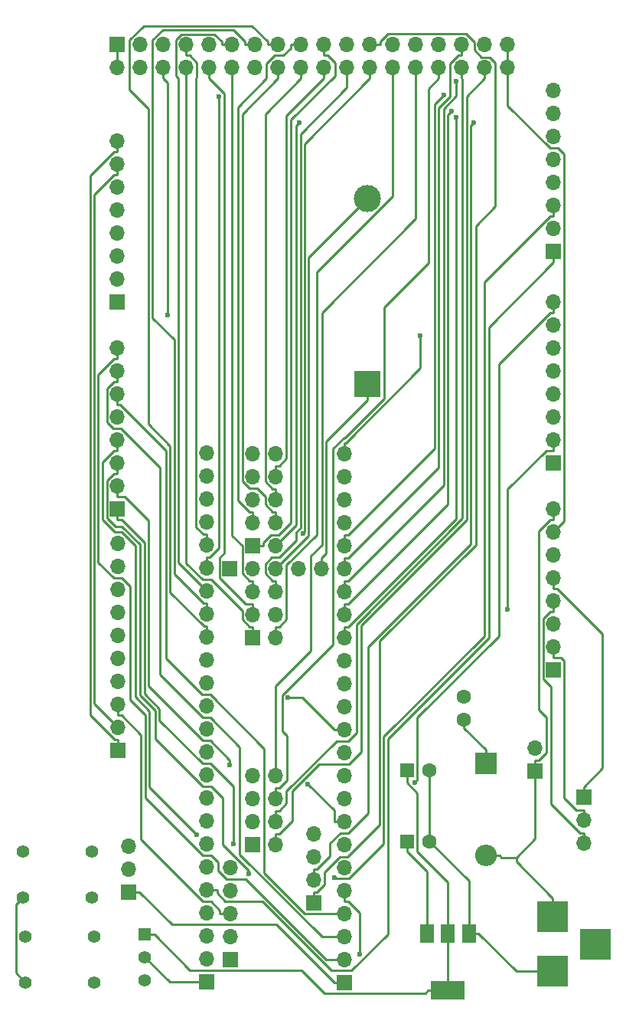
<source format=gbr>
G04 #@! TF.FileFunction,Copper,L1,Top,Signal*
%FSLAX46Y46*%
G04 Gerber Fmt 4.6, Leading zero omitted, Abs format (unit mm)*
G04 Created by KiCad (PCBNEW 4.0.6) date 06/05/17 03:56:47*
%MOMM*%
%LPD*%
G01*
G04 APERTURE LIST*
%ADD10C,0.100000*%
%ADD11R,1.600000X1.600000*%
%ADD12C,1.600000*%
%ADD13R,3.500000X3.500000*%
%ADD14R,2.400000X2.400000*%
%ADD15O,2.400000X2.400000*%
%ADD16R,1.700000X1.700000*%
%ADD17O,1.700000X1.700000*%
%ADD18R,3.800000X2.000000*%
%ADD19R,1.500000X2.000000*%
%ADD20C,1.397000*%
%ADD21R,1.397000X1.397000*%
%ADD22C,3.000000*%
%ADD23R,3.000000X3.000000*%
%ADD24C,0.600000*%
%ADD25C,0.250000*%
G04 APERTURE END LIST*
D10*
D11*
X141259000Y-145948000D03*
D12*
X143759000Y-145948000D03*
X147569000Y-132486000D03*
X147569000Y-129986000D03*
D11*
X141259000Y-138074000D03*
D12*
X143759000Y-138074000D03*
D13*
X157400000Y-154300000D03*
X157400000Y-160300000D03*
X162100000Y-157300000D03*
D14*
X149961000Y-137344000D03*
D15*
X149961000Y-147504000D03*
D16*
X109220000Y-86360000D03*
D17*
X109220000Y-83820000D03*
X109220000Y-81280000D03*
X109220000Y-78740000D03*
X109220000Y-76200000D03*
X109220000Y-73660000D03*
X109220000Y-71120000D03*
X109220000Y-68580000D03*
D16*
X109220000Y-109220000D03*
D17*
X109220000Y-106680000D03*
X109220000Y-104140000D03*
X109220000Y-101600000D03*
X109220000Y-99060000D03*
X109220000Y-96520000D03*
X109220000Y-93980000D03*
X109220000Y-91440000D03*
D16*
X109301000Y-135926000D03*
D17*
X109301000Y-133386000D03*
X109301000Y-130846000D03*
X109301000Y-128306000D03*
X109301000Y-125766000D03*
X109301000Y-123226000D03*
X109301000Y-120686000D03*
X109301000Y-118146000D03*
X109301000Y-115606000D03*
X109301000Y-113066000D03*
D16*
X110490000Y-151540000D03*
D17*
X110490000Y-149000000D03*
X110490000Y-146460000D03*
D16*
X119100000Y-161480000D03*
D17*
X119100000Y-158940000D03*
X119100000Y-156400000D03*
X119100000Y-153860000D03*
X119100000Y-151320000D03*
X119100000Y-148780000D03*
X119100000Y-146240000D03*
X119100000Y-143700000D03*
X119100000Y-141160000D03*
X119100000Y-138620000D03*
X119100000Y-136080000D03*
X119100000Y-133540000D03*
X119100000Y-131000000D03*
X119100000Y-128460000D03*
X119100000Y-125920000D03*
X119100000Y-123380000D03*
X119100000Y-120840000D03*
X119100000Y-118300000D03*
X119100000Y-115760000D03*
X119100000Y-113220000D03*
X119100000Y-110680000D03*
X119100000Y-108140000D03*
X119100000Y-105600000D03*
X119100000Y-103060000D03*
D16*
X124206000Y-113284000D03*
D17*
X126746000Y-113284000D03*
X124206000Y-110744000D03*
X126746000Y-110744000D03*
X124206000Y-108204000D03*
X126746000Y-108204000D03*
X124206000Y-105664000D03*
X126746000Y-105664000D03*
X124206000Y-103124000D03*
X126746000Y-103124000D03*
D16*
X121700000Y-159004000D03*
D17*
X121700000Y-156464000D03*
X121700000Y-153924000D03*
X121700000Y-151384000D03*
X121700000Y-148844000D03*
D16*
X124206000Y-146304000D03*
D17*
X126746000Y-146304000D03*
X124206000Y-143764000D03*
X126746000Y-143764000D03*
X124206000Y-141224000D03*
X126746000Y-141224000D03*
X124206000Y-138684000D03*
X126746000Y-138684000D03*
D16*
X130937000Y-152718000D03*
D17*
X130937000Y-150178000D03*
X130937000Y-147638000D03*
X130937000Y-145098000D03*
D16*
X109220000Y-57960000D03*
D17*
X109220000Y-60500000D03*
X111760000Y-57960000D03*
X111760000Y-60500000D03*
X114300000Y-57960000D03*
X114300000Y-60500000D03*
X116840000Y-57960000D03*
X116840000Y-60500000D03*
X119380000Y-57960000D03*
X119380000Y-60500000D03*
X121920000Y-57960000D03*
X121920000Y-60500000D03*
X124460000Y-57960000D03*
X124460000Y-60500000D03*
X127000000Y-57960000D03*
X127000000Y-60500000D03*
X129540000Y-57960000D03*
X129540000Y-60500000D03*
X132080000Y-57960000D03*
X132080000Y-60500000D03*
X134620000Y-57960000D03*
X134620000Y-60500000D03*
X137160000Y-57960000D03*
X137160000Y-60500000D03*
X139700000Y-57960000D03*
X139700000Y-60500000D03*
X142240000Y-57960000D03*
X142240000Y-60500000D03*
X144780000Y-57960000D03*
X144780000Y-60500000D03*
X147320000Y-57960000D03*
X147320000Y-60500000D03*
X149860000Y-57960000D03*
X149860000Y-60500000D03*
X152400000Y-57960000D03*
X152400000Y-60500000D03*
D16*
X134366000Y-161544000D03*
D17*
X134366000Y-159004000D03*
X134366000Y-156464000D03*
X134366000Y-153924000D03*
X134366000Y-151384000D03*
X134366000Y-148844000D03*
X134366000Y-146304000D03*
X134366000Y-143764000D03*
X134366000Y-141224000D03*
X134366000Y-138684000D03*
X134366000Y-136144000D03*
X134366000Y-133604000D03*
X134366000Y-131064000D03*
X134366000Y-128524000D03*
X134366000Y-125984000D03*
X134366000Y-123444000D03*
X134366000Y-120904000D03*
X134366000Y-118364000D03*
X134366000Y-115824000D03*
X134366000Y-113284000D03*
X134366000Y-110744000D03*
X134366000Y-108204000D03*
X134366000Y-105664000D03*
X134366000Y-103124000D03*
D16*
X157480000Y-80772000D03*
D17*
X157480000Y-78232000D03*
X157480000Y-75692000D03*
X157480000Y-73152000D03*
X157480000Y-70612000D03*
X157480000Y-68072000D03*
X157480000Y-65532000D03*
X157480000Y-62992000D03*
D16*
X157480000Y-104140000D03*
D17*
X157480000Y-101600000D03*
X157480000Y-99060000D03*
X157480000Y-96520000D03*
X157480000Y-93980000D03*
X157480000Y-91440000D03*
X157480000Y-88900000D03*
X157480000Y-86360000D03*
D16*
X157480000Y-127000000D03*
D17*
X157480000Y-124460000D03*
X157480000Y-121920000D03*
X157480000Y-119380000D03*
X157480000Y-116840000D03*
X157480000Y-114300000D03*
X157480000Y-111760000D03*
X157480000Y-109220000D03*
D16*
X124206000Y-123444000D03*
D17*
X126746000Y-123444000D03*
X124206000Y-120904000D03*
X126746000Y-120904000D03*
X124206000Y-118364000D03*
X126746000Y-118364000D03*
D16*
X121666000Y-115824000D03*
D17*
X124206000Y-115824000D03*
X126746000Y-115824000D03*
X129286000Y-115824000D03*
X131826000Y-115824000D03*
D18*
X145796000Y-162433000D03*
D19*
X145796000Y-156133000D03*
X143496000Y-156133000D03*
X148096000Y-156133000D03*
D20*
X106680000Y-156464000D03*
X106680000Y-161544000D03*
X99060000Y-156464000D03*
X99060000Y-161544000D03*
X106426000Y-147066000D03*
X106426000Y-152146000D03*
X98806000Y-147066000D03*
X98806000Y-152146000D03*
D21*
X112268000Y-156210000D03*
D20*
X112268000Y-158750000D03*
X112268000Y-161290000D03*
D22*
X136900000Y-74910000D03*
D23*
X136900000Y-95400000D03*
D16*
X160800000Y-141100000D03*
D17*
X160800000Y-143640000D03*
X160800000Y-146180000D03*
D16*
X155448000Y-138176000D03*
D17*
X155448000Y-135636000D03*
D24*
X142734000Y-90090800D03*
X122053700Y-146259000D03*
X130299600Y-139587900D03*
X121652900Y-137480500D03*
X123728600Y-149515200D03*
X117988500Y-145206100D03*
X136015500Y-158426500D03*
X128077700Y-130081700D03*
X142087300Y-139432700D03*
X152378800Y-120333200D03*
X120447400Y-63643500D03*
X129349100Y-66564400D03*
X133203600Y-149982400D03*
X148641800Y-66537900D03*
X114785300Y-87815300D03*
X129730300Y-111939000D03*
X146669400Y-65948100D03*
X146217300Y-65253900D03*
X146702400Y-62003600D03*
X145294200Y-63521000D03*
D25*
X141259000Y-145948000D02*
X141259000Y-147073300D01*
X143496000Y-149310300D02*
X143496000Y-156133000D01*
X141259000Y-147073300D02*
X143496000Y-149310300D01*
X147569000Y-133426700D02*
X147569000Y-132486000D01*
X149961000Y-135818700D02*
X147569000Y-133426700D01*
X149961000Y-137344000D02*
X149961000Y-135818700D01*
X143759000Y-138074000D02*
X143759000Y-145948000D01*
X148096000Y-150285000D02*
X148096000Y-156133000D01*
X143759000Y-145948000D02*
X148096000Y-150285000D01*
X153338300Y-160300000D02*
X157400000Y-160300000D01*
X149171300Y-156133000D02*
X153338300Y-160300000D01*
X115255300Y-155130000D02*
X111665300Y-151540000D01*
X126776700Y-155130000D02*
X115255300Y-155130000D01*
X133190700Y-161544000D02*
X126776700Y-155130000D01*
X134366000Y-161544000D02*
X133190700Y-161544000D01*
X110490000Y-151540000D02*
X111665300Y-151540000D01*
X148096000Y-156133000D02*
X149171300Y-156133000D01*
X141259000Y-138074000D02*
X141259000Y-139199300D01*
X143284300Y-162719400D02*
X143570700Y-162433000D01*
X132114300Y-162719400D02*
X143284300Y-162719400D01*
X129574300Y-160179400D02*
X132114300Y-162719400D01*
X117261200Y-160179400D02*
X129574300Y-160179400D01*
X113291800Y-156210000D02*
X117261200Y-160179400D01*
X112268000Y-156210000D02*
X113291800Y-156210000D01*
X145796000Y-150500200D02*
X145796000Y-156133000D01*
X142384300Y-147088500D02*
X145796000Y-150500200D01*
X142384300Y-140614000D02*
X142384300Y-147088500D01*
X141259000Y-139488700D02*
X142384300Y-140614000D01*
X141259000Y-139199300D02*
X141259000Y-139488700D01*
X145796000Y-162433000D02*
X145773400Y-162433000D01*
X145773400Y-162433000D02*
X143570700Y-162433000D01*
X145773400Y-157480900D02*
X145796000Y-157458300D01*
X145773400Y-162433000D02*
X145773400Y-157480900D01*
X145796000Y-156133000D02*
X145796000Y-157458300D01*
X142734000Y-93690900D02*
X142734000Y-90090800D01*
X134476200Y-101948700D02*
X142734000Y-93690900D01*
X134366000Y-101948700D02*
X134476200Y-101948700D01*
X134366000Y-103124000D02*
X134366000Y-101948700D01*
X109220000Y-71120000D02*
X109220000Y-72295300D01*
X106629200Y-130714200D02*
X109301000Y-133386000D01*
X106629200Y-74518700D02*
X106629200Y-130714200D01*
X108852600Y-72295300D02*
X106629200Y-74518700D01*
X109220000Y-72295300D02*
X108852600Y-72295300D01*
X109301000Y-135926000D02*
X109301000Y-134750700D01*
X109220000Y-68580000D02*
X109220000Y-69755300D01*
X108933700Y-134750700D02*
X109301000Y-134750700D01*
X106178900Y-131995900D02*
X108933700Y-134750700D01*
X106178900Y-72431100D02*
X106178900Y-131995900D01*
X108854700Y-69755300D02*
X106178900Y-72431100D01*
X109220000Y-69755300D02*
X108854700Y-69755300D01*
X109220000Y-109220000D02*
X109220000Y-110395300D01*
X109660700Y-110395300D02*
X109220000Y-110395300D01*
X112197000Y-112931600D02*
X109660700Y-110395300D01*
X112197000Y-129658800D02*
X112197000Y-112931600D01*
X113881500Y-131343300D02*
X112197000Y-129658800D01*
X113881500Y-132562400D02*
X113881500Y-131343300D01*
X118669100Y-137350000D02*
X113881500Y-132562400D01*
X119534000Y-137350000D02*
X118669100Y-137350000D01*
X122053700Y-139869700D02*
X119534000Y-137350000D01*
X122053700Y-146259000D02*
X122053700Y-139869700D01*
X109220000Y-106680000D02*
X109220000Y-107855300D01*
X134366000Y-143764000D02*
X133190700Y-143764000D01*
X133190700Y-142479000D02*
X130299600Y-139587900D01*
X133190700Y-143764000D02*
X133190700Y-142479000D01*
X121652800Y-137480500D02*
X121652900Y-137480500D01*
X121652800Y-136970400D02*
X121652800Y-137480500D01*
X119492400Y-134810000D02*
X121652800Y-136970400D01*
X118690000Y-134810000D02*
X119492400Y-134810000D01*
X112647400Y-128767400D02*
X118690000Y-134810000D01*
X112647400Y-110474600D02*
X112647400Y-128767400D01*
X110028100Y-107855300D02*
X112647400Y-110474600D01*
X109220000Y-107855300D02*
X110028100Y-107855300D01*
X109220000Y-104140000D02*
X109220000Y-105315300D01*
X108852600Y-105315300D02*
X109220000Y-105315300D01*
X108044700Y-106123200D02*
X108852600Y-105315300D01*
X108044700Y-110224200D02*
X108044700Y-106123200D01*
X108989000Y-111168500D02*
X108044700Y-110224200D01*
X109723800Y-111168500D02*
X108989000Y-111168500D01*
X111702600Y-113147300D02*
X109723800Y-111168500D01*
X111702600Y-129801300D02*
X111702600Y-113147300D01*
X113431100Y-131529800D02*
X111702600Y-129801300D01*
X113431100Y-134645500D02*
X113431100Y-131529800D01*
X118675600Y-139890000D02*
X113431100Y-134645500D01*
X119560900Y-139890000D02*
X118675600Y-139890000D01*
X120851500Y-141180600D02*
X119560900Y-139890000D01*
X120851500Y-146293100D02*
X120851500Y-141180600D01*
X123728600Y-149170200D02*
X120851500Y-146293100D01*
X123728600Y-149515200D02*
X123728600Y-149170200D01*
X109220000Y-101600000D02*
X109220000Y-102775300D01*
X108852600Y-102775300D02*
X109220000Y-102775300D01*
X107570900Y-104057000D02*
X108852600Y-102775300D01*
X107570900Y-110420400D02*
X107570900Y-104057000D01*
X108911100Y-111760600D02*
X107570900Y-110420400D01*
X109679000Y-111760600D02*
X108911100Y-111760600D01*
X111208100Y-113289700D02*
X109679000Y-111760600D01*
X111208100Y-129998200D02*
X111208100Y-113289700D01*
X112755900Y-131546000D02*
X111208100Y-129998200D01*
X112755900Y-139973500D02*
X112755900Y-131546000D01*
X117988500Y-145206100D02*
X112755900Y-139973500D01*
X134366000Y-151384000D02*
X134366000Y-152559300D01*
X136015500Y-153841500D02*
X136015500Y-158426500D01*
X134733300Y-152559300D02*
X136015500Y-153841500D01*
X134366000Y-152559300D02*
X134733300Y-152559300D01*
X109517600Y-97695300D02*
X109220000Y-97695300D01*
X114597300Y-102775000D02*
X109517600Y-97695300D01*
X114597300Y-125716800D02*
X114597300Y-102775000D01*
X118610500Y-129730000D02*
X114597300Y-125716800D01*
X119492400Y-129730000D02*
X118610500Y-129730000D01*
X125476000Y-135713600D02*
X119492400Y-129730000D01*
X125476000Y-149449700D02*
X125476000Y-135713600D01*
X129950300Y-153924000D02*
X125476000Y-149449700D01*
X134366000Y-153924000D02*
X129950300Y-153924000D01*
X109220000Y-96520000D02*
X109220000Y-97695300D01*
X109220000Y-93980000D02*
X109220000Y-95155300D01*
X131845900Y-156464000D02*
X134366000Y-156464000D01*
X122771200Y-147389300D02*
X131845900Y-156464000D01*
X122771200Y-135548800D02*
X122771200Y-147389300D01*
X119492400Y-132270000D02*
X122771200Y-135548800D01*
X118703200Y-132270000D02*
X119492400Y-132270000D01*
X113960300Y-127527100D02*
X118703200Y-132270000D01*
X113960300Y-104676100D02*
X113960300Y-127527100D01*
X109614200Y-100330000D02*
X113960300Y-104676100D01*
X108731200Y-100330000D02*
X109614200Y-100330000D01*
X108044700Y-99643500D02*
X108731200Y-100330000D01*
X108044700Y-95963200D02*
X108044700Y-99643500D01*
X108852600Y-95155300D02*
X108044700Y-95963200D01*
X109220000Y-95155300D02*
X108852600Y-95155300D01*
X108852700Y-92615300D02*
X109220000Y-92615300D01*
X107079600Y-94388400D02*
X108852700Y-92615300D01*
X107079600Y-115132200D02*
X107079600Y-94388400D01*
X108823400Y-116876000D02*
X107079600Y-115132200D01*
X109720600Y-116876000D02*
X108823400Y-116876000D01*
X110663100Y-117818500D02*
X109720600Y-116876000D01*
X110663100Y-130353900D02*
X110663100Y-117818500D01*
X112305500Y-131996300D02*
X110663100Y-130353900D01*
X112305500Y-141161000D02*
X112305500Y-131996300D01*
X118654500Y-147510000D02*
X112305500Y-141161000D01*
X119562000Y-147510000D02*
X118654500Y-147510000D01*
X120337400Y-148285400D02*
X119562000Y-147510000D01*
X120337400Y-149181000D02*
X120337400Y-148285400D01*
X121270400Y-150114000D02*
X120337400Y-149181000D01*
X123443000Y-150114000D02*
X121270400Y-150114000D01*
X132333000Y-159004000D02*
X123443000Y-150114000D01*
X134366000Y-159004000D02*
X132333000Y-159004000D01*
X109220000Y-91440000D02*
X109220000Y-92615300D01*
X109668300Y-132021300D02*
X109301000Y-132021300D01*
X111824300Y-134177300D02*
X109668300Y-132021300D01*
X111824300Y-145741300D02*
X111824300Y-134177300D01*
X118673000Y-152590000D02*
X111824300Y-145741300D01*
X119558000Y-152590000D02*
X118673000Y-152590000D01*
X120524700Y-153556700D02*
X119558000Y-152590000D01*
X120524700Y-153924000D02*
X120524700Y-153556700D01*
X121700000Y-153924000D02*
X120524700Y-153924000D01*
X109301000Y-130846000D02*
X109301000Y-132021300D01*
X134366000Y-133604000D02*
X133190700Y-133604000D01*
X129668400Y-130081700D02*
X128077700Y-130081700D01*
X133190700Y-133604000D02*
X129668400Y-130081700D01*
X119100000Y-151320000D02*
X120275300Y-151320000D01*
X157480000Y-80772000D02*
X157480000Y-81947300D01*
X150301300Y-89126000D02*
X157480000Y-81947300D01*
X150301300Y-123437000D02*
X150301300Y-89126000D01*
X139138100Y-134600200D02*
X150301300Y-123437000D01*
X139138100Y-156193500D02*
X139138100Y-134600200D01*
X135107800Y-160223800D02*
X139138100Y-156193500D01*
X132915200Y-160223800D02*
X135107800Y-160223800D01*
X125250800Y-152559400D02*
X132915200Y-160223800D01*
X121147400Y-152559400D02*
X125250800Y-152559400D01*
X120275300Y-151687300D02*
X121147400Y-152559400D01*
X120275300Y-151320000D02*
X120275300Y-151687300D01*
X157112700Y-87535300D02*
X157480000Y-87535300D01*
X151393100Y-93254900D02*
X157112700Y-87535300D01*
X151393100Y-123287300D02*
X151393100Y-93254900D01*
X142384400Y-132296000D02*
X151393100Y-123287300D01*
X142384400Y-139135600D02*
X142384400Y-132296000D01*
X142087300Y-139432700D02*
X142384400Y-139135600D01*
X157480000Y-86360000D02*
X157480000Y-87535300D01*
X156672000Y-102775300D02*
X157480000Y-102775300D01*
X152378800Y-107068500D02*
X156672000Y-102775300D01*
X152378800Y-120333200D02*
X152378800Y-107068500D01*
X157480000Y-101600000D02*
X157480000Y-102775300D01*
X127000000Y-57960000D02*
X125824700Y-57960000D01*
X119100000Y-123380000D02*
X119100000Y-122204700D01*
X118798700Y-122204700D02*
X119100000Y-122204700D01*
X115047700Y-118453700D02*
X118798700Y-122204700D01*
X115047700Y-102257000D02*
X115047700Y-118453700D01*
X112661500Y-99870800D02*
X115047700Y-102257000D01*
X112661500Y-65055700D02*
X112661500Y-99870800D01*
X110544400Y-62938600D02*
X112661500Y-65055700D01*
X110544400Y-57445300D02*
X110544400Y-62938600D01*
X112137900Y-55851800D02*
X110544400Y-57445300D01*
X124083800Y-55851800D02*
X112137900Y-55851800D01*
X125824700Y-57592700D02*
X124083800Y-55851800D01*
X125824700Y-57960000D02*
X125824700Y-57592700D01*
X118732700Y-119664700D02*
X119100000Y-119664700D01*
X115498100Y-116430100D02*
X118732700Y-119664700D01*
X115498100Y-90545000D02*
X115498100Y-116430100D01*
X113111900Y-88158800D02*
X115498100Y-90545000D01*
X113111900Y-57452700D02*
X113111900Y-88158800D01*
X114239500Y-56325100D02*
X113111900Y-57452700D01*
X122017100Y-56325100D02*
X114239500Y-56325100D01*
X123284700Y-57592700D02*
X122017100Y-56325100D01*
X123284700Y-57960000D02*
X123284700Y-57592700D01*
X124460000Y-57960000D02*
X123284700Y-57960000D01*
X119100000Y-120840000D02*
X119100000Y-119664700D01*
X120744700Y-57592600D02*
X120744700Y-57960000D01*
X119936800Y-56784700D02*
X120744700Y-57592600D01*
X116334600Y-56784700D02*
X119936800Y-56784700D01*
X115664600Y-57454700D02*
X116334600Y-56784700D01*
X115664600Y-61391600D02*
X115664600Y-57454700D01*
X115948400Y-61675400D02*
X115664600Y-61391600D01*
X115948400Y-115148400D02*
X115948400Y-61675400D01*
X119100000Y-118300000D02*
X115948400Y-115148400D01*
X121920000Y-57960000D02*
X120744700Y-57960000D01*
X119419200Y-114584700D02*
X119100000Y-114584700D01*
X120447400Y-113556500D02*
X119419200Y-114584700D01*
X120447400Y-63643500D02*
X120447400Y-113556500D01*
X119100000Y-115760000D02*
X119100000Y-114584700D01*
X118732600Y-112044700D02*
X119100000Y-112044700D01*
X117924700Y-111236800D02*
X118732600Y-112044700D01*
X117924700Y-61675300D02*
X117924700Y-111236800D01*
X118017300Y-61582700D02*
X117924700Y-61675300D01*
X118017300Y-59945300D02*
X118017300Y-61582700D01*
X117207300Y-59135300D02*
X118017300Y-59945300D01*
X116840000Y-59135300D02*
X117207300Y-59135300D01*
X116840000Y-57960000D02*
X116840000Y-59135300D01*
X119100000Y-113220000D02*
X119100000Y-112044700D01*
X129026500Y-111003500D02*
X126746000Y-113284000D01*
X129026500Y-66887000D02*
X129026500Y-111003500D01*
X129349100Y-66564400D02*
X129026500Y-66887000D01*
X132080000Y-57960000D02*
X132080000Y-59135300D01*
X124206000Y-113284000D02*
X125381300Y-113284000D01*
X132447300Y-59135300D02*
X132080000Y-59135300D01*
X133274000Y-59962000D02*
X132447300Y-59135300D01*
X133274000Y-61381700D02*
X133274000Y-59962000D01*
X128393800Y-66261900D02*
X133274000Y-61381700D01*
X128393800Y-110762600D02*
X128393800Y-66261900D01*
X127047700Y-112108700D02*
X128393800Y-110762600D01*
X126189200Y-112108700D02*
X127047700Y-112108700D01*
X125381300Y-112916600D02*
X126189200Y-112108700D01*
X125381300Y-113284000D02*
X125381300Y-112916600D01*
X127000000Y-60500000D02*
X127000000Y-61675300D01*
X126746000Y-110744000D02*
X126746000Y-109568700D01*
X123030700Y-65644600D02*
X127000000Y-61675300D01*
X123030700Y-106153000D02*
X123030700Y-65644600D01*
X123845100Y-106967400D02*
X123030700Y-106153000D01*
X124653600Y-106967400D02*
X123845100Y-106967400D01*
X125570700Y-107884500D02*
X124653600Y-106967400D01*
X125570700Y-108760800D02*
X125570700Y-107884500D01*
X126378600Y-109568700D02*
X125570700Y-108760800D01*
X126746000Y-109568700D02*
X126378600Y-109568700D01*
X123838700Y-109568700D02*
X124206000Y-109568700D01*
X122541200Y-108271200D02*
X123838700Y-109568700D01*
X122541200Y-64864200D02*
X122541200Y-108271200D01*
X125730000Y-61675400D02*
X122541200Y-64864200D01*
X125730000Y-60069000D02*
X125730000Y-61675400D01*
X126663700Y-59135300D02*
X125730000Y-60069000D01*
X127556800Y-59135300D02*
X126663700Y-59135300D01*
X128364700Y-58327400D02*
X127556800Y-59135300D01*
X128364700Y-57960000D02*
X128364700Y-58327400D01*
X129540000Y-57960000D02*
X128364700Y-57960000D01*
X124206000Y-110744000D02*
X124206000Y-109568700D01*
X126378600Y-107028700D02*
X126746000Y-107028700D01*
X125570700Y-106220800D02*
X126378600Y-107028700D01*
X125570700Y-65644600D02*
X125570700Y-106220800D01*
X129540000Y-61675300D02*
X125570700Y-65644600D01*
X126746000Y-108204000D02*
X126746000Y-107028700D01*
X129540000Y-60500000D02*
X129540000Y-61675300D01*
X127113400Y-104488700D02*
X126746000Y-104488700D01*
X127921300Y-103680800D02*
X127113400Y-104488700D01*
X127921300Y-65834000D02*
X127921300Y-103680800D01*
X132080000Y-61675300D02*
X127921300Y-65834000D01*
X132080000Y-60500000D02*
X132080000Y-61675300D01*
X126746000Y-105664000D02*
X126746000Y-104488700D01*
X157480000Y-75692000D02*
X157480000Y-76867300D01*
X157112700Y-76867300D02*
X157480000Y-76867300D01*
X149851000Y-84129000D02*
X157112700Y-76867300D01*
X149851000Y-123250400D02*
X149851000Y-84129000D01*
X138687800Y-134413600D02*
X149851000Y-123250400D01*
X138687800Y-146202400D02*
X138687800Y-134413600D01*
X134863900Y-150026300D02*
X138687800Y-146202400D01*
X133247500Y-150026300D02*
X134863900Y-150026300D01*
X133203600Y-149982400D02*
X133247500Y-150026300D01*
X127113300Y-145128700D02*
X126746000Y-145128700D01*
X128563300Y-143678700D02*
X127113300Y-145128700D01*
X128563300Y-140417700D02*
X128563300Y-143678700D01*
X131567000Y-137414000D02*
X128563300Y-140417700D01*
X134846600Y-137414000D02*
X131567000Y-137414000D01*
X136169900Y-136090700D02*
X134846600Y-137414000D01*
X136169900Y-122105900D02*
X136169900Y-136090700D01*
X147861400Y-110414400D02*
X136169900Y-122105900D01*
X147861400Y-63673900D02*
X147861400Y-110414400D01*
X149860000Y-61675300D02*
X147861400Y-63673900D01*
X149860000Y-60500000D02*
X149860000Y-61675300D01*
X126746000Y-146304000D02*
X126746000Y-145128700D01*
X147320000Y-60500000D02*
X147320000Y-61675300D01*
X126746000Y-143764000D02*
X126746000Y-142588700D01*
X127113400Y-142588700D02*
X126746000Y-142588700D01*
X127921300Y-141780800D02*
X127113400Y-142588700D01*
X127921300Y-140400800D02*
X127921300Y-141780800D01*
X133448100Y-134874000D02*
X127921300Y-140400800D01*
X134758400Y-134874000D02*
X133448100Y-134874000D01*
X135665900Y-133966500D02*
X134758400Y-134874000D01*
X135665900Y-121973000D02*
X135665900Y-133966500D01*
X147372100Y-110266800D02*
X135665900Y-121973000D01*
X147372100Y-61727400D02*
X147372100Y-110266800D01*
X147320000Y-61675300D02*
X147372100Y-61727400D01*
X127106900Y-140048700D02*
X126746000Y-140048700D01*
X127961100Y-139194500D02*
X127106900Y-140048700D01*
X127961100Y-134314000D02*
X127961100Y-139194500D01*
X127446600Y-133799500D02*
X127961100Y-134314000D01*
X127446600Y-129828400D02*
X127446600Y-133799500D01*
X133096000Y-124179000D02*
X127446600Y-129828400D01*
X133096000Y-102577800D02*
X133096000Y-124179000D01*
X134294500Y-101379300D02*
X133096000Y-102577800D01*
X134380800Y-101379300D02*
X134294500Y-101379300D01*
X138725300Y-97034800D02*
X134380800Y-101379300D01*
X138725300Y-86966700D02*
X138725300Y-97034800D01*
X143604700Y-82087300D02*
X138725300Y-86966700D01*
X143604700Y-62850600D02*
X143604700Y-82087300D01*
X144780000Y-61675300D02*
X143604700Y-62850600D01*
X144780000Y-60500000D02*
X144780000Y-61675300D01*
X126746000Y-141224000D02*
X126746000Y-140048700D01*
X126746000Y-128788600D02*
X126746000Y-138684000D01*
X130616300Y-124918300D02*
X126746000Y-128788600D01*
X130616300Y-114403900D02*
X130616300Y-124918300D01*
X131839700Y-113180500D02*
X130616300Y-114403900D01*
X131839700Y-87514200D02*
X131839700Y-113180500D01*
X142240000Y-77113900D02*
X131839700Y-87514200D01*
X142240000Y-60500000D02*
X142240000Y-77113900D01*
X137160000Y-57960000D02*
X138335300Y-57960000D01*
X130937000Y-152718000D02*
X130937000Y-151542700D01*
X138335300Y-57592700D02*
X138335300Y-57960000D01*
X139169300Y-56758700D02*
X138335300Y-57592700D01*
X147781200Y-56758700D02*
X139169300Y-56758700D01*
X148684600Y-57662100D02*
X147781200Y-56758700D01*
X148684600Y-58485600D02*
X148684600Y-57662100D01*
X149523600Y-59324600D02*
X148684600Y-58485600D01*
X150385600Y-59324600D02*
X149523600Y-59324600D01*
X151045800Y-59984800D02*
X150385600Y-59324600D01*
X151045800Y-75768100D02*
X151045800Y-59984800D01*
X148866900Y-77947000D02*
X151045800Y-75768100D01*
X148866900Y-113188900D02*
X148866900Y-77947000D01*
X138237400Y-123818400D02*
X148866900Y-113188900D01*
X138237400Y-144098400D02*
X138237400Y-123818400D01*
X134681500Y-147654300D02*
X138237400Y-144098400D01*
X133837300Y-147654300D02*
X134681500Y-147654300D01*
X132112300Y-149379300D02*
X133837300Y-147654300D01*
X132112300Y-150734800D02*
X132112300Y-149379300D01*
X131304400Y-151542700D02*
X132112300Y-150734800D01*
X130937000Y-151542700D02*
X131304400Y-151542700D01*
X130937000Y-150178000D02*
X130937000Y-149002700D01*
X148311700Y-66868000D02*
X148641800Y-66537900D01*
X148311700Y-113107200D02*
X148311700Y-66868000D01*
X136925000Y-124493900D02*
X148311700Y-113107200D01*
X136925000Y-142881700D02*
X136925000Y-124493900D01*
X134772700Y-145034000D02*
X136925000Y-142881700D01*
X133882800Y-145034000D02*
X134772700Y-145034000D01*
X132740300Y-146176500D02*
X133882800Y-145034000D01*
X132740300Y-147561100D02*
X132740300Y-146176500D01*
X131298700Y-149002700D02*
X132740300Y-147561100D01*
X130937000Y-149002700D02*
X131298700Y-149002700D01*
X114300000Y-60500000D02*
X114300000Y-61675300D01*
X114785300Y-62160600D02*
X114785300Y-87815300D01*
X114300000Y-61675300D02*
X114785300Y-62160600D01*
X124206000Y-123444000D02*
X124206000Y-122268700D01*
X116840000Y-115226300D02*
X116840000Y-60500000D01*
X118643700Y-117030000D02*
X116840000Y-115226300D01*
X119568400Y-117030000D02*
X118643700Y-117030000D01*
X123030700Y-120492300D02*
X119568400Y-117030000D01*
X123030700Y-121460800D02*
X123030700Y-120492300D01*
X123838600Y-122268700D02*
X123030700Y-121460800D01*
X124206000Y-122268700D02*
X123838600Y-122268700D01*
X124206000Y-120904000D02*
X124206000Y-119728700D01*
X119380000Y-60500000D02*
X119380000Y-61675300D01*
X121072700Y-63368000D02*
X119380000Y-61675300D01*
X121072700Y-114066500D02*
X121072700Y-63368000D01*
X120490600Y-114648600D02*
X121072700Y-114066500D01*
X120490600Y-116821300D02*
X120490600Y-114648600D01*
X123398000Y-119728700D02*
X120490600Y-116821300D01*
X124206000Y-119728700D02*
X123398000Y-119728700D01*
X124206000Y-118364000D02*
X124206000Y-117188700D01*
X121920000Y-60500000D02*
X121920000Y-61675300D01*
X121920000Y-112220100D02*
X121920000Y-61675300D01*
X123030700Y-113330800D02*
X121920000Y-112220100D01*
X123030700Y-116380800D02*
X123030700Y-113330800D01*
X123838600Y-117188700D02*
X123030700Y-116380800D01*
X124206000Y-117188700D02*
X123838600Y-117188700D01*
X126746000Y-118364000D02*
X126746000Y-117188700D01*
X134620000Y-60500000D02*
X134620000Y-61675300D01*
X126378700Y-117188700D02*
X126746000Y-117188700D01*
X125570600Y-116380600D02*
X126378700Y-117188700D01*
X125570600Y-115298400D02*
X125570600Y-116380600D01*
X126315000Y-114554000D02*
X125570600Y-115298400D01*
X127162900Y-114554000D02*
X126315000Y-114554000D01*
X128991100Y-112725800D02*
X127162900Y-114554000D01*
X128991100Y-111793900D02*
X128991100Y-112725800D01*
X129476800Y-111308200D02*
X128991100Y-111793900D01*
X129476800Y-67830900D02*
X129476800Y-111308200D01*
X134620000Y-62687700D02*
X129476800Y-67830900D01*
X134620000Y-61675300D02*
X134620000Y-62687700D01*
X137160000Y-60500000D02*
X137160000Y-61675300D01*
X129927100Y-111742200D02*
X129730300Y-111939000D01*
X129927100Y-68908200D02*
X129927100Y-111742200D01*
X137160000Y-61675300D02*
X129927100Y-68908200D01*
X134366000Y-123444000D02*
X134366000Y-122268700D01*
X146669400Y-110332600D02*
X146669400Y-65948100D01*
X134733300Y-122268700D02*
X146669400Y-110332600D01*
X134366000Y-122268700D02*
X134733300Y-122268700D01*
X139700000Y-74697400D02*
X139700000Y-60500000D01*
X131301800Y-83095600D02*
X139700000Y-74697400D01*
X131301800Y-112066800D02*
X131301800Y-83095600D01*
X127921300Y-115447300D02*
X131301800Y-112066800D01*
X127921300Y-121460800D02*
X127921300Y-115447300D01*
X127113400Y-122268700D02*
X127921300Y-121460800D01*
X126746000Y-122268700D02*
X127113400Y-122268700D01*
X126746000Y-123444000D02*
X126746000Y-122268700D01*
X134366000Y-120904000D02*
X134366000Y-119728700D01*
X145775500Y-65695700D02*
X146217300Y-65253900D01*
X145775500Y-108686500D02*
X145775500Y-65695700D01*
X134733300Y-119728700D02*
X145775500Y-108686500D01*
X134366000Y-119728700D02*
X134733300Y-119728700D01*
X134366000Y-118364000D02*
X134366000Y-117188700D01*
X146702400Y-63634300D02*
X146702400Y-62003600D01*
X145325200Y-65011500D02*
X146702400Y-63634300D01*
X145325200Y-106596800D02*
X145325200Y-65011500D01*
X134733300Y-117188700D02*
X145325200Y-106596800D01*
X134366000Y-117188700D02*
X134733300Y-117188700D01*
X147320000Y-57960000D02*
X147320000Y-59135300D01*
X134366000Y-115824000D02*
X134366000Y-114648700D01*
X146952600Y-59135300D02*
X147320000Y-59135300D01*
X146009800Y-60078100D02*
X146952600Y-59135300D01*
X146009800Y-63690000D02*
X146009800Y-60078100D01*
X144765700Y-64934100D02*
X146009800Y-63690000D01*
X144765700Y-104616300D02*
X144765700Y-64934100D01*
X134733300Y-114648700D02*
X144765700Y-104616300D01*
X134366000Y-114648700D02*
X134733300Y-114648700D01*
X134366000Y-113284000D02*
X134366000Y-112108700D01*
X144315400Y-64499800D02*
X145294200Y-63521000D01*
X144315400Y-102526600D02*
X144315400Y-64499800D01*
X134733300Y-112108700D02*
X144315400Y-102526600D01*
X134366000Y-112108700D02*
X134733300Y-112108700D01*
X152400000Y-64654400D02*
X152400000Y-60500000D01*
X157087600Y-69342000D02*
X152400000Y-64654400D01*
X157969500Y-69342000D02*
X157087600Y-69342000D01*
X158657700Y-70030200D02*
X157969500Y-69342000D01*
X158657700Y-110582300D02*
X158657700Y-70030200D01*
X157480000Y-111760000D02*
X158657700Y-110582300D01*
X152400000Y-60500000D02*
X152400000Y-57960000D01*
X98004700Y-160488700D02*
X99060000Y-161544000D01*
X98004700Y-152947300D02*
X98004700Y-160488700D01*
X98806000Y-152146000D02*
X98004700Y-152947300D01*
X130377400Y-112192600D02*
X126746000Y-115824000D01*
X130377400Y-81432600D02*
X130377400Y-112192600D01*
X136900000Y-74910000D02*
X130377400Y-81432600D01*
X132313000Y-114161700D02*
X131826000Y-114648700D01*
X132313000Y-101812300D02*
X132313000Y-114161700D01*
X136900000Y-97225300D02*
X132313000Y-101812300D01*
X136900000Y-95400000D02*
X136900000Y-97225300D01*
X131826000Y-115824000D02*
X131826000Y-114648700D01*
X158288100Y-125635300D02*
X157480000Y-125635300D01*
X158655300Y-126002500D02*
X158288100Y-125635300D01*
X158655300Y-141128000D02*
X158655300Y-126002500D01*
X159992000Y-142464700D02*
X158655300Y-141128000D01*
X160800000Y-142464700D02*
X159992000Y-142464700D01*
X160800000Y-143640000D02*
X160800000Y-142464700D01*
X157480000Y-124460000D02*
X157480000Y-125635300D01*
X160432700Y-145004700D02*
X160800000Y-145004700D01*
X157223400Y-141795400D02*
X160432700Y-145004700D01*
X157223400Y-128903500D02*
X157223400Y-141795400D01*
X156304700Y-127984800D02*
X157223400Y-128903500D01*
X156304700Y-121363200D02*
X156304700Y-127984800D01*
X157112600Y-120555300D02*
X156304700Y-121363200D01*
X157480000Y-120555300D02*
X157112600Y-120555300D01*
X157480000Y-119380000D02*
X157480000Y-120555300D01*
X160800000Y-146180000D02*
X160800000Y-145004700D01*
X149961000Y-147504000D02*
X151486300Y-147504000D01*
X157400000Y-154300000D02*
X157400000Y-152224700D01*
X151715300Y-147733000D02*
X151486300Y-147504000D01*
X153343800Y-147733000D02*
X151715300Y-147733000D01*
X153343800Y-148168500D02*
X157400000Y-152224700D01*
X153343800Y-147733000D02*
X153343800Y-148168500D01*
X157480000Y-109220000D02*
X157480000Y-110395300D01*
X155448000Y-145628800D02*
X155448000Y-138176000D01*
X153343800Y-147733000D02*
X155448000Y-145628800D01*
X157112700Y-110395300D02*
X157480000Y-110395300D01*
X155841000Y-111667000D02*
X157112700Y-110395300D01*
X155841000Y-131398400D02*
X155841000Y-111667000D01*
X156661600Y-132219000D02*
X155841000Y-131398400D01*
X156661600Y-136154400D02*
X156661600Y-132219000D01*
X155815300Y-137000700D02*
X156661600Y-136154400D01*
X155448000Y-137000700D02*
X155815300Y-137000700D01*
X155448000Y-138176000D02*
X155448000Y-137000700D01*
X109220000Y-60500000D02*
X109220000Y-57960000D01*
X114998000Y-161480000D02*
X119100000Y-161480000D01*
X112268000Y-158750000D02*
X114998000Y-161480000D01*
X157847300Y-118015300D02*
X157480000Y-118015300D01*
X162856600Y-123024600D02*
X157847300Y-118015300D01*
X162856600Y-137868100D02*
X162856600Y-123024600D01*
X160800000Y-139924700D02*
X162856600Y-137868100D01*
X160800000Y-141100000D02*
X160800000Y-139924700D01*
X157480000Y-116840000D02*
X157480000Y-118015300D01*
M02*

</source>
